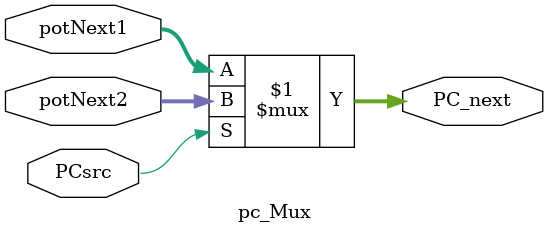
<source format=v>
module pc_Mux(PCsrc, potNext1, potNext2, PC_next);

input PCsrc;
input [31:0] potNext1;
input [31:0] potNext2;

output [31:0] PC_next;
/*
always @(PCsrc) begin
case(PCsrc)

1'b0: PC_next <= potNext1; //+4
1'b1: PC_next <= potNext2; //Jump

endcase
end
*//*
always @(PCsrc) begin

if(PCsrc == 1) begin
PC_next <= potNext2;
end else begin
PC_next <= potNext1;
end

end*/

assign PC_next= PCsrc?potNext2:potNext1;

endmodule 
</source>
